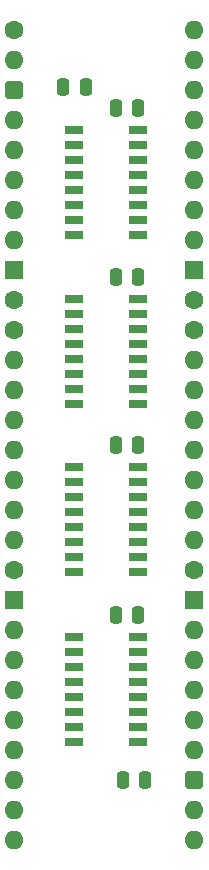
<source format=gts>
%TF.GenerationSoftware,KiCad,Pcbnew,8.0.7*%
%TF.CreationDate,2025-01-13T07:42:02+02:00*%
%TF.ProjectId,Adder 16bit,41646465-7220-4313-9662-69742e6b6963,V0*%
%TF.SameCoordinates,Original*%
%TF.FileFunction,Soldermask,Top*%
%TF.FilePolarity,Negative*%
%FSLAX46Y46*%
G04 Gerber Fmt 4.6, Leading zero omitted, Abs format (unit mm)*
G04 Created by KiCad (PCBNEW 8.0.7) date 2025-01-13 07:42:02*
%MOMM*%
%LPD*%
G01*
G04 APERTURE LIST*
G04 Aperture macros list*
%AMRoundRect*
0 Rectangle with rounded corners*
0 $1 Rounding radius*
0 $2 $3 $4 $5 $6 $7 $8 $9 X,Y pos of 4 corners*
0 Add a 4 corners polygon primitive as box body*
4,1,4,$2,$3,$4,$5,$6,$7,$8,$9,$2,$3,0*
0 Add four circle primitives for the rounded corners*
1,1,$1+$1,$2,$3*
1,1,$1+$1,$4,$5*
1,1,$1+$1,$6,$7*
1,1,$1+$1,$8,$9*
0 Add four rect primitives between the rounded corners*
20,1,$1+$1,$2,$3,$4,$5,0*
20,1,$1+$1,$4,$5,$6,$7,0*
20,1,$1+$1,$6,$7,$8,$9,0*
20,1,$1+$1,$8,$9,$2,$3,0*%
G04 Aperture macros list end*
%ADD10RoundRect,0.250000X0.250000X0.475000X-0.250000X0.475000X-0.250000X-0.475000X0.250000X-0.475000X0*%
%ADD11R,1.550000X0.650000*%
%ADD12RoundRect,0.250000X-0.250000X-0.475000X0.250000X-0.475000X0.250000X0.475000X-0.250000X0.475000X0*%
%ADD13C,1.600000*%
%ADD14O,1.600000X1.600000*%
%ADD15RoundRect,0.400000X-0.400000X-0.400000X0.400000X-0.400000X0.400000X0.400000X-0.400000X0.400000X0*%
%ADD16R,1.600000X1.600000*%
G04 APERTURE END LIST*
D10*
%TO.C,C8*%
X11094000Y-63500000D03*
X9194000Y-63500000D03*
%TD*%
%TO.C,C1*%
X10459000Y-49530000D03*
X8559000Y-49530000D03*
%TD*%
D11*
%TO.C,IC3*%
X5022000Y-36999300D03*
X5022000Y-38269300D03*
X5022000Y-39539300D03*
X5022000Y-40809300D03*
X5022000Y-42079300D03*
X5022000Y-43349300D03*
X5022000Y-44619300D03*
X5022000Y-45889300D03*
X10472000Y-45889300D03*
X10472000Y-44619300D03*
X10472000Y-43349300D03*
X10472000Y-42079300D03*
X10472000Y-40809300D03*
X10472000Y-39539300D03*
X10472000Y-38269300D03*
X10472000Y-36999300D03*
%TD*%
D12*
%TO.C,C9*%
X4146000Y-4826000D03*
X6046000Y-4826000D03*
%TD*%
D10*
%TO.C,C3*%
X10459000Y-20955000D03*
X8559000Y-20955000D03*
%TD*%
%TO.C,C2*%
X10459000Y-35179000D03*
X8559000Y-35179000D03*
%TD*%
D11*
%TO.C,IC2*%
X5022000Y-22817700D03*
X5022000Y-24087700D03*
X5022000Y-25357700D03*
X5022000Y-26627700D03*
X5022000Y-27897700D03*
X5022000Y-29167700D03*
X5022000Y-30437700D03*
X5022000Y-31707700D03*
X10472000Y-31707700D03*
X10472000Y-30437700D03*
X10472000Y-29167700D03*
X10472000Y-27897700D03*
X10472000Y-26627700D03*
X10472000Y-25357700D03*
X10472000Y-24087700D03*
X10472000Y-22817700D03*
%TD*%
D10*
%TO.C,C4*%
X10459000Y-6604000D03*
X8559000Y-6604000D03*
%TD*%
D11*
%TO.C,IC1*%
X5022000Y-8509000D03*
X5022000Y-9779000D03*
X5022000Y-11049000D03*
X5022000Y-12319000D03*
X5022000Y-13589000D03*
X5022000Y-14859000D03*
X5022000Y-16129000D03*
X5022000Y-17399000D03*
X10472000Y-17399000D03*
X10472000Y-16129000D03*
X10472000Y-14859000D03*
X10472000Y-13589000D03*
X10472000Y-12319000D03*
X10472000Y-11049000D03*
X10472000Y-9779000D03*
X10472000Y-8509000D03*
%TD*%
%TO.C,IC4*%
X5022000Y-51435000D03*
X5022000Y-52705000D03*
X5022000Y-53975000D03*
X5022000Y-55245000D03*
X5022000Y-56515000D03*
X5022000Y-57785000D03*
X5022000Y-59055000D03*
X5022000Y-60325000D03*
X10472000Y-60325000D03*
X10472000Y-59055000D03*
X10472000Y-57785000D03*
X10472000Y-56515000D03*
X10472000Y-55245000D03*
X10472000Y-53975000D03*
X10472000Y-52705000D03*
X10472000Y-51435000D03*
%TD*%
D13*
%TO.C,J2*%
X0Y0D03*
D14*
X0Y-2540000D03*
D15*
X0Y-5080000D03*
D14*
X0Y-7620000D03*
X0Y-10160000D03*
X0Y-12700000D03*
X0Y-15240000D03*
X0Y-17780000D03*
D16*
X0Y-20320000D03*
D13*
X0Y-22860000D03*
X0Y-25400000D03*
D14*
X0Y-27940000D03*
X0Y-30480000D03*
X0Y-33020000D03*
X0Y-35560000D03*
X0Y-38100000D03*
X0Y-40640000D03*
X0Y-43180000D03*
D13*
X0Y-45720000D03*
D16*
X0Y-48260000D03*
D14*
X0Y-50800000D03*
X0Y-53340000D03*
X0Y-55880000D03*
X0Y-58420000D03*
X0Y-60960000D03*
X0Y-63500000D03*
X0Y-66040000D03*
X0Y-68580000D03*
X15240000Y-68580000D03*
X15240000Y-66040000D03*
D15*
X15240000Y-63500000D03*
D14*
X15240000Y-60960000D03*
X15240000Y-58420000D03*
X15240000Y-55880000D03*
X15240000Y-53340000D03*
X15240000Y-50800000D03*
D16*
X15240000Y-48260000D03*
D13*
X15240000Y-45720000D03*
D14*
X15240000Y-43180000D03*
X15240000Y-40640000D03*
X15240000Y-38100000D03*
X15240000Y-35560000D03*
X15240000Y-33020000D03*
X15240000Y-30480000D03*
X15240000Y-27940000D03*
D13*
X15240000Y-25400000D03*
X15240000Y-22860000D03*
D16*
X15240000Y-20320000D03*
D14*
X15240000Y-17780000D03*
X15240000Y-15240000D03*
X15240000Y-12700000D03*
X15240000Y-10160000D03*
X15240000Y-7620000D03*
X15240000Y-5080000D03*
X15240000Y-2540000D03*
X15240000Y0D03*
%TD*%
M02*

</source>
